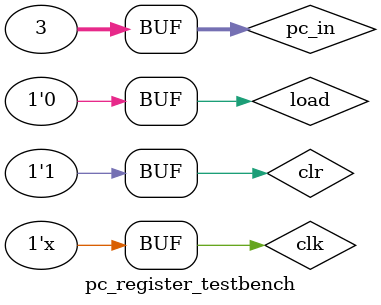
<source format=sv>
module pc_register_testbench();
	
	logic clk;
	logic clr;
	logic load;
	logic [31:0] pc_in;
	logic [31:0] pc_out;
			
	pc_register pc(clk, clr, load, pc_in, pc_out);
									  
	always begin
	
		#10 clk = ~ clk;
	
	end
	
	initial begin	
		
		clk = 1;
		clr = 0;		
		load = 0;
		pc_in = 32'b00000000000000000000000000001111;
		
		#40
		
		clr = 1;
		load = 1;
		pc_in = 32'b00000000000000000000000000000111;
		
		#40
		
		load = 0;
		pc_in = 32'b00000000000000000000000000000011;
			
	end

endmodule

</source>
